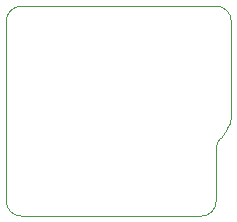
<source format=gbr>
%TF.GenerationSoftware,KiCad,Pcbnew,(6.0.5-0)*%
%TF.CreationDate,2022-10-30T23:15:50-07:00*%
%TF.ProjectId,teensy-4-can1,7465656e-7379-42d3-942d-63616e312e6b,rev?*%
%TF.SameCoordinates,PX8a12ae0PY695f190*%
%TF.FileFunction,Profile,NP*%
%FSLAX46Y46*%
G04 Gerber Fmt 4.6, Leading zero omitted, Abs format (unit mm)*
G04 Created by KiCad (PCBNEW (6.0.5-0)) date 2022-10-30 23:15:50*
%MOMM*%
%LPD*%
G01*
G04 APERTURE LIST*
%TA.AperFunction,Profile*%
%ADD10C,0.100000*%
%TD*%
G04 APERTURE END LIST*
D10*
X0Y31750000D02*
G75*
G03*
X1270000Y30480000I1270000J0D01*
G01*
X16510000Y30480000D02*
G75*
G03*
X17780000Y31750000I0J1270000D01*
G01*
X19050000Y46990000D02*
G75*
G03*
X17780000Y48260000I-1270000J0D01*
G01*
X1270000Y48260000D02*
G75*
G03*
X0Y46990000I0J-1270000D01*
G01*
X18151974Y37093026D02*
X18678026Y37836974D01*
X19050000Y38735000D02*
X19050000Y46990000D01*
X18678026Y37836974D02*
G75*
G03*
X19050000Y38735000I-898026J898026D01*
G01*
X18151974Y37093026D02*
G75*
G03*
X17780000Y36195000I898026J-898026D01*
G01*
X17780000Y31750000D02*
X17780000Y36195000D01*
X16510000Y30480000D02*
X1270000Y30480000D01*
X1270000Y48260000D02*
X17780000Y48260000D01*
X0Y31750000D02*
X0Y46990000D01*
M02*

</source>
